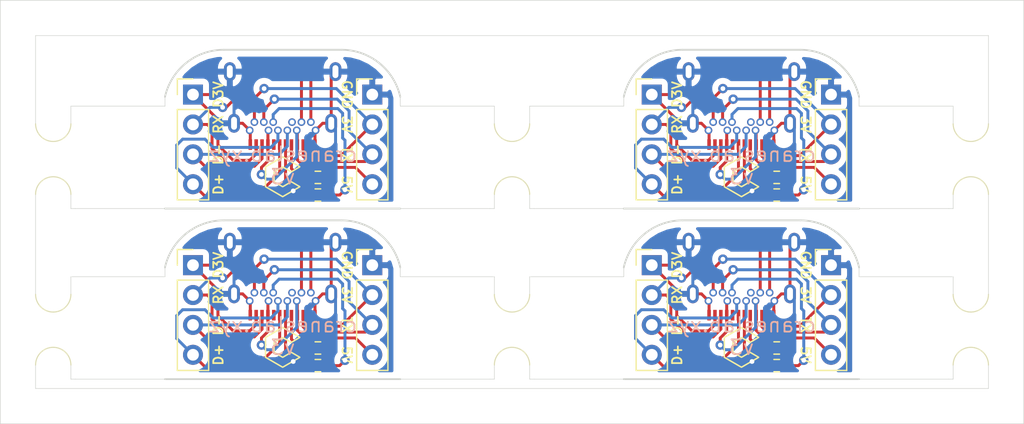
<source format=kicad_pcb>
(kicad_pcb (version 20211014) (generator pcbnew)
  (layers (0 "F.Cu" signal) (31 "B.Cu" signal) (34 "B.Paste" user) (35 "F.Paste" user) (36 "B.SilkS" user "B.Silkscreen") (37 "F.SilkS" user "F.Silkscreen") (38 "B.Mask" user) (39 "F.Mask" user) (44 "Edge.Cuts" user))
  (net 0 "")
  (net 1 "GND")
  (net 2 "3V3")
  (net 3 "TX-")
  (net 4 "VBUS")
  (net 5 "Net-(J1-PadA5)")
  (net 6 "D+")
  (net 7 "D-")
  (net 8 "Net-(J1-PadA8)")
  (net 9 "RX-")
  (net 10 "D3V")
  (net 11 "Net-(J1-PadB5)")
  (net 12 "Net-(J1-PadB8)")
  (footprint "Model_S:PinHeader_1x04_P2.54mm_Vertical" (layer "F.Cu") (at 47.62 33.015)
    (fp_text reference "J3" hide)
    (fp_text value "Conn_01x04")
  )
  (footprint "Model_S:Shou Han Type-C 24P QCHT" (layer "F.Cu") (at 40 29.205 180)
    (fp_text reference "J1" hide)
    (fp_text value "USB_C_Receptacle")
  )
  (footprint "Model_S:PinHeader_1x04_P2.54mm_Vertical" (layer "F.Cu") (at 32.38 33.015)
    (fp_text reference "J2" hide)
    (fp_text value "Conn_01x04")
  )
  (footprint "Model_S:USBC_C_Logo" (layer "F.Cu") (at 40 40)
    (fp_text reference "G***" hide)
    (fp_text value "LOGO" hide)
  )
  (footprint "Resistor_SMD:R_0603_1608Metric" (layer "F.Cu") (at 43 40.055 180)
    (fp_text reference "R1" hide)
    (fp_text value "R" hide)
  )
  (footprint "Resistor_SMD:R_0603_1608Metric" (layer "F.Cu") (at 43 41.555 180)
    (fp_text reference "R2" hide)
    (fp_text value "R" hide)
  )
  (footprint "Model_S:PinHeader_1x04_P2.54mm_Vertical" (layer "F.Cu") (at 86.62 33.015)
    (fp_text reference "J3" hide)
    (fp_text value "Conn_01x04")
  )
  (footprint "panelization:mouse-bite-3mm-slot" (layer "F.Cu") (at 98.5 53 90)
    (fp_text reference "mouse-bite-3mm-slot" hide)
    (fp_text value "VAL**" hide)
  )
  (footprint "Model_S:PinHeader_1x04_P2.54mm_Vertical" (layer "F.Cu") (at 71.38 33.015)
    (fp_text reference "J2" hide)
    (fp_text value "Conn_01x04")
  )
  (footprint "Model_S:PinHeader_1x04_P2.54mm_Vertical" (layer "F.Cu") (at 47.62 47.515)
    (fp_text reference "J3" hide)
    (fp_text value "Conn_01x04")
  )
  (footprint "panelization:mouse-bite-3mm-slot" (layer "F.Cu") (at 98.5 38.5 90)
    (fp_text reference "mouse-bite-3mm-slot" hide)
    (fp_text value "VAL**" hide)
  )
  (footprint "MountingHole:MountingHole_3.2mm_M3" (layer "F.Cu") (at 65.03 38.095)
    (fp_text reference "REF**" hide)
    (fp_text value "MountingHole_3.2mm_M3")
  )
  (footprint "MountingHole:MountingHole_3.2mm_M3" (layer "F.Cu") (at 53.97 52.595)
    (fp_text reference "REF**" hide)
    (fp_text value "MountingHole_3.2mm_M3")
  )
  (footprint "Resistor_SMD:R_0603_1608Metric" (layer "F.Cu") (at 82 56.055 180)
    (fp_text reference "R2" hide)
    (fp_text value "R" hide)
  )
  (footprint "MountingHole:MountingHole_3.2mm_M3" (layer "F.Cu") (at 26.03 38.095)
    (fp_text reference "REF**" hide)
    (fp_text value "MountingHole_3.2mm_M3")
  )
  (footprint "Model_S:USBC_C_Logo" (layer "F.Cu") (at 79 40)
    (fp_text reference "G***" hide)
    (fp_text value "LOGO" hide)
  )
  (footprint "Resistor_SMD:R_0603_1608Metric" (layer "F.Cu") (at 43 54.555 180)
    (fp_text reference "R1" hide)
    (fp_text value "R" hide)
  )
  (footprint "Resistor_SMD:R_0603_1608Metric" (layer "F.Cu") (at 82 54.555 180)
    (fp_text reference "R1" hide)
    (fp_text value "R" hide)
  )
  (footprint "Model_S:PinHeader_1x04_P2.54mm_Vertical" (layer "F.Cu") (at 71.38 47.515)
    (fp_text reference "J2" hide)
    (fp_text value "Conn_01x04")
  )
  (footprint "Model_S:USBC_C_Logo" (layer "F.Cu") (at 40 54.5)
    (fp_text reference "G***" hide)
    (fp_text value "LOGO" hide)
  )
  (footprint "panelization:mouse-bite-3mm-slot" (layer "F.Cu") (at 20.5 38.5 90)
    (fp_text reference "mouse-bite-3mm-slot" hide)
    (fp_text value "VAL**" hide)
  )
  (footprint "panelization:mouse-bite-3mm-slot" (layer "F.Cu") (at 59.5 38.5 90)
    (fp_text reference "mouse-bite-3mm-slot" hide)
    (fp_text value "VAL**" hide)
  )
  (footprint "Model_S:PinHeader_1x04_P2.54mm_Vertical" (layer "F.Cu") (at 86.62 47.515)
    (fp_text reference "J3" hide)
    (fp_text value "Conn_01x04")
  )
  (footprint "panelization:mouse-bite-3mm-slot" (layer "F.Cu") (at 20.5 53 90)
    (fp_text reference "mouse-bite-3mm-slot" hide)
    (fp_text value "VAL**" hide)
  )
  (footprint "MountingHole:MountingHole_3.2mm_M3" (layer "F.Cu") (at 53.97 38.095)
    (fp_text reference "REF**" hide)
    (fp_text value "MountingHole_3.2mm_M3")
  )
  (footprint "Model_S:Shou Han Type-C 24P QCHT" (layer "F.Cu") (at 79 29.205 180)
    (fp_text reference "J1" hide)
    (fp_text value "USB_C_Receptacle")
  )
  (footprint "Resistor_SMD:R_0603_1608Metric" (layer "F.Cu") (at 43 56.055 180)
    (fp_text reference "R2" hide)
    (fp_text value "R" hide)
  )
  (footprint "Model_S:Shou Han Type-C 24P QCHT" (layer "F.Cu") (at 79 43.705 180)
    (fp_text reference "J1" hide)
    (fp_text value "USB_C_Receptacle")
  )
  (footprint "MountingHole:MountingHole_3.2mm_M3" (layer "F.Cu") (at 26.03 52.595)
    (fp_text reference "REF**" hide)
    (fp_text value "MountingHole_3.2mm_M3")
  )
  (footprint "Resistor_SMD:R_0603_1608Metric" (layer "F.Cu") (at 82 41.555 180)
    (fp_text reference "R2" hide)
    (fp_text value "R" hide)
  )
  (footprint "Model_S:PinHeader_1x04_P2.54mm_Vertical" (layer "F.Cu") (at 32.38 47.515)
    (fp_text reference "J2" hide)
    (fp_text value "Conn_01x04")
  )
  (footprint "Resistor_SMD:R_0603_1608Metric" (layer "F.Cu") (at 82 40.055 180)
    (fp_text reference "R1" hide)
    (fp_text value "R" hide)
  )
  (footprint "MountingHole:MountingHole_3.2mm_M3" (layer "F.Cu") (at 92.97 38.095)
    (fp_text reference "REF**" hide)
    (fp_text value "MountingHole_3.2mm_M3")
  )
  (footprint "MountingHole:MountingHole_3.2mm_M3" (layer "F.Cu") (at 92.97 52.595)
    (fp_text reference "REF**" hide)
    (fp_text value "MountingHole_3.2mm_M3")
  )
  (footprint "Model_S:USBC_C_Logo" (layer "F.Cu") (at 79 54.5)
    (fp_text reference "G***" hide)
    (fp_text value "LOGO" hide)
  )
  (footprint "MountingHole:MountingHole_3.2mm_M3" (layer "F.Cu") (at 65.03 52.595)
    (fp_text reference "REF**" hide)
    (fp_text value "MountingHole_3.2mm_M3")
  )
  (footprint "panelization:mouse-bite-3mm-slot" (layer "F.Cu") (at 59.5 53 90)
    (fp_text reference "mouse-bite-3mm-slot" hide)
    (fp_text value "VAL**" hide)
  )
  (footprint "Model_S:Shou Han Type-C 24P QCHT" (layer "F.Cu") (at 40 43.705 180)
    (fp_text reference "J1" hide)
    (fp_text value "USB_C_Receptacle")
  )
  (gr_line (start 35 29.205) (end 45 29.205) (layer "Edge.Cuts") (width 0.1524))
  (gr_arc (start 45 29.205) (mid 48.201562 30.328047) (end 50 33.205) (layer "Edge.Cuts") (width 0.1524))
  (gr_arc (start 30 33.205) (mid 31.798438 30.328047) (end 35 29.205) (layer "Edge.Cuts") (width 0.1524))
  (gr_line (start 30 42.705) (end 50 42.705) (layer "Edge.Cuts") (width 0.1524))
  (gr_line (start 58 35.5) (end 58 34) (layer "Edge.Cuts") (width 0.05))
  (gr_line (start 50 33.205) (end 50 34) (layer "Edge.Cuts") (width 0.05))
  (gr_line (start 16 25) (end 16 61) (layer "Edge.Cuts") (width 0.05))
  (gr_arc (start 100 35.5) (mid 98.5 37) (end 97 35.5) (layer "Edge.Cuts") (width 0.05))
  (gr_line (start 100 35.5) (end 100 28) (layer "Edge.Cuts") (width 0.05))
  (gr_arc (start 58 41.5) (mid 59.5 40) (end 61 41.5) (layer "Edge.Cuts") (width 0.05))
  (gr_line (start 57.62 57.205) (end 50 57.205) (layer "Edge.Cuts") (width 0.05))
  (gr_arc (start 58 56) (mid 59.5 54.5) (end 61 56) (layer "Edge.Cuts") (width 0.05))
  (gr_line (start 22 50) (end 22 48.5) (layer "Edge.Cuts") (width 0.05))
  (gr_line (start 22 42.705) (end 22.38 42.705) (layer "Edge.Cuts") (width 0.05))
  (gr_line (start 100 58) (end 19 58) (layer "Edge.Cuts") (width 0.05))
  (gr_line (start 89 47.705) (end 89 48.5) (layer "Edge.Cuts") (width 0.05))
  (gr_line (start 50 48.5) (end 58 48.5) (layer "Edge.Cuts") (width 0.05))
  (gr_line (start 58 50) (end 58 48.5) (layer "Edge.Cuts") (width 0.05))
  (gr_line (start 97 56) (end 97 57.205) (layer "Edge.Cuts") (width 0.05))
  (gr_line (start 69 33.205) (end 69 34) (layer "Edge.Cuts") (width 0.05))
  (gr_line (start 50 34) (end 58 34) (layer "Edge.Cuts") (width 0.05))
  (gr_arc (start 19 41.5) (mid 20.5 40) (end 22 41.5) (layer "Edge.Cuts") (width 0.05))
  (gr_arc (start 84 43.705) (mid 87.201562 44.828047) (end 89 47.705) (layer "Edge.Cuts") (width 0.1524))
  (gr_line (start 58 42.705) (end 57.62 42.705) (layer "Edge.Cuts") (width 0.05))
  (gr_line (start 19 41.5) (end 19 50) (layer "Edge.Cuts") (width 0.05))
  (gr_arc (start 100 50) (mid 98.5 51.5) (end 97 50) (layer "Edge.Cuts") (width 0.05))
  (gr_arc (start 97 41.5) (mid 98.5 40) (end 100 41.5) (layer "Edge.Cuts") (width 0.05))
  (gr_line (start 30 48.5) (end 22 48.5) (layer "Edge.Cuts") (width 0.05))
  (gr_line (start 97 57.205) (end 96.62 57.205) (layer "Edge.Cuts") (width 0.05))
  (gr_arc (start 97 56) (mid 98.5 54.5) (end 100 56) (layer "Edge.Cuts") (width 0.05))
  (gr_line (start 61 41.5) (end 61 42.705) (layer "Edge.Cuts") (width 0.05))
  (gr_line (start 74 43.705) (end 84 43.705) (layer "Edge.Cuts") (width 0.1524))
  (gr_arc (start 45 43.705) (mid 48.201562 44.828047) (end 50 47.705) (layer "Edge.Cuts") (width 0.1524))
  (gr_line (start 61 57.205) (end 61.38 57.205) (layer "Edge.Cuts") (width 0.05))
  (gr_arc (start 19 56) (mid 20.5 54.5) (end 22 56) (layer "Edge.Cuts") (width 0.05))
  (gr_line (start 97 41.5) (end 97 42.705) (layer "Edge.Cuts") (width 0.05))
  (gr_arc (start 61 35.5) (mid 59.5 37) (end 58 35.5) (layer "Edge.Cuts") (width 0.05))
  (gr_line (start 61.38 57.205) (end 69 57.205) (layer "Edge.Cuts") (width 0.05))
  (gr_line (start 30 34) (end 22 34) (layer "Edge.Cuts") (width 0.05))
  (gr_line (start 103 61) (end 103 25) (layer "Edge.Cuts") (width 0.05))
  (gr_line (start 69 34) (end 61 34) (layer "Edge.Cuts") (width 0.05))
  (gr_line (start 16 25) (end 103 25) (layer "Edge.Cuts") (width 0.05))
  (gr_line (start 89 48.5) (end 97 48.5) (layer "Edge.Cuts") (width 0.05))
  (gr_line (start 69 42.705) (end 89 42.705) (layer "Edge.Cuts") (width 0.1524))
  (gr_arc (start 69 33.205) (mid 70.798438 30.328047) (end 74 29.205) (layer "Edge.Cuts") (width 0.1524))
  (gr_line (start 30 57.205) (end 50 57.205) (layer "Edge.Cuts") (width 0.1524))
  (gr_line (start 97 35.5) (end 97 34) (layer "Edge.Cuts") (width 0.05))
  (gr_line (start 61 56) (end 61 57.205) (layer "Edge.Cuts") (width 0.05))
  (gr_line (start 58 41.5) (end 58 42.705) (layer "Edge.Cuts") (width 0.05))
  (gr_line (start 89 33.205) (end 89 34) (layer "Edge.Cuts") (width 0.05))
  (gr_line (start 19 28) (end 19 35.5) (layer "Edge.Cuts") (width 0.05))
  (gr_line (start 61 42.705) (end 61.38 42.705) (layer "Edge.Cuts") (width 0.05))
  (gr_line (start 58 56) (end 58 57.205) (layer "Edge.Cuts") (width 0.05))
  (gr_arc (start 22 35.5) (mid 20.5 37) (end 19 35.5) (layer "Edge.Cuts") (width 0.05))
  (gr_line (start 61 35.5) (end 61 34) (layer "Edge.Cuts") (width 0.05))
  (gr_line (start 30 47.705) (end 30 48.5) (layer "Edge.Cuts") (width 0.05))
  (gr_line (start 19 58) (end 19 56) (layer "Edge.Cuts") (width 0.05))
  (gr_line (start 69 48.5) (end 61 48.5) (layer "Edge.Cuts") (width 0.05))
  (gr_line (start 57.62 42.705) (end 50 42.705) (layer "Edge.Cuts") (width 0.05))
  (gr_line (start 96.62 57.205) (end 89 57.205) (layer "Edge.Cuts") (width 0.05))
  (gr_line (start 35 43.705) (end 45 43.705) (layer "Edge.Cuts") (width 0.1524))
  (gr_line (start 89 34) (end 97 34) (layer "Edge.Cuts") (width 0.05))
  (gr_arc (start 30 47.705) (mid 31.798438 44.828047) (end 35 43.705) (layer "Edge.Cuts") (width 0.1524))
  (gr_line (start 30 33.205) (end 30 34) (layer "Edge.Cuts") (width 0.05))
  (gr_line (start 97 42.705) (end 96.62 42.705) (layer "Edge.Cuts") (width 0.05))
  (gr_line (start 97 50) (end 97 48.5) (layer "Edge.Cuts") (width 0.05))
  (gr_arc (start 61 50) (mid 59.5 51.5) (end 58 50) (layer "Edge.Cuts") (width 0.05))
  (gr_arc (start 69 47.705) (mid 70.798438 44.828047) (end 74 43.705) (layer "Edge.Cuts") (width 0.1524))
  (gr_line (start 22 35.5) (end 22 34) (layer "Edge.Cuts") (width 0.05))
  (gr_line (start 69 57.205) (end 89 57.205) (layer "Edge.Cuts") (width 0.1524))
  (gr_line (start 100 56) (end 100 58) (layer "Edge.Cuts") (width 0.05))
  (gr_arc (start 22 50) (mid 20.5 51.5) (end 19 50) (layer "Edge.Cuts") (width 0.05))
  (gr_line (start 22.38 57.205) (end 30 57.205) (layer "Edge.Cuts") (width 0.05))
  (gr_line (start 69 47.705) (end 69 48.5) (layer "Edge.Cuts") (width 0.05))
  (gr_line (start 22 56) (end 22 57.205) (layer "Edge.Cuts") (width 0.05))
  (gr_line (start 50 47.705) (end 50 48.5) (layer "Edge.Cuts") (width 0.05))
  (gr_line (start 16 61) (end 103 61) (layer "Edge.Cuts") (width 0.05))
  (gr_line (start 22.38 42.705) (end 30 42.705) (layer "Edge.Cuts") (width 0.05))
  (gr_line (start 22 57.205) (end 22.38 57.205) (layer "Edge.Cuts") (width 0.05))
  (gr_arc (start 84 29.205) (mid 87.201562 30.328047) (end 89 33.205) (layer "Edge.Cuts") (width 0.1524))
  (gr_line (start 61 50) (end 61 48.5) (layer "Edge.Cuts") (width 0.05))
  (gr_line (start 58 57.205) (end 57.62 57.205) (layer "Edge.Cuts") (width 0.05))
  (gr_line (start 100 50) (end 100 41.5) (layer "Edge.Cuts") (width 0.05))
  (gr_line (start 61.38 42.705) (end 69 42.705) (layer "Edge.Cuts") (width 0.05))
  (gr_line (start 96.62 42.705) (end 89 42.705) (layer "Edge.Cuts") (width 0.05))
  (gr_line (start 22 41.5) (end 22 42.705) (layer "Edge.Cuts") (width 0.05))
  (gr_line (start 100 28) (end 19 28) (layer "Edge.Cuts") (width 0.05))
  (gr_line (start 74 29.205) (end 84 29.205) (layer "Edge.Cuts") (width 0.1524))
  (gr_text "craneslab.xyz" (at 79 38.095) (layer "B.SilkS") (effects (font (size 1.25 1.25)) (justify mirror)))
  (gr_text "v3" (at 40 54.5) (layer "B.SilkS") (effects (font (size 1.25 1.25)) (justify mirror)))
  (gr_text "craneslab.xyz" (at 79 52.595) (layer "B.SilkS") (effects (font (size 1.25 1.25)) (justify mirror)))
  (gr_text "craneslab.xyz" (at 40 52.595) (layer "B.SilkS") (effects (font (size 1.25 1.25)) (justify mirror)))
  (gr_text "v3" (at 40 40) (layer "B.SilkS") (effects (font (size 1.25 1.25)) (justify mirror)))
  (gr_text "v3" (at 79 40) (layer "B.SilkS") (effects (font (size 1.25 1.25)) (justify mirror)))
  (gr_text "v3" (at 79 54.5) (layer "B.SilkS") (effects (font (size 1.25 1.25)) (justify mirror)))
  (gr_text "craneslab.xyz" (at 40 38.095) (layer "B.SilkS") (effects (font (size 1.25 1.25)) (justify mirror)))
  (gr_text "TX" (at 45.461 38.095 -90) (layer "F.SilkS") (effects (font (size 0.8 0.8))))
  (gr_text "D+" (at 34.539 40.635 90) (layer "F.SilkS") (effects (font (size 0.8 0.8))))
  (gr_text "GND" (at 45.461 33.015 -90) (layer "F.SilkS") (effects (font (size 0.8 0.8))))
  (gr_text "D3V" (at 34.539 33.015 90) (layer "F.SilkS") (effects (font (size 0.8 0.8))))
  (gr_text "5V\n" (at 45.461 40.635 -90) (layer "F.SilkS") (effects (font (size 0.8 0.8))))
  (gr_text "D-" (at 34.539 38.095 90) (layer "F.SilkS") (effects (font (size 0.8 0.8))))
  (gr_text "RX" (at 34.539 35.555 90) (layer "F.SilkS") (effects (font (size 0.8 0.8))))
  (gr_text "3V" (at 45.461 35.555 -90) (layer "F.SilkS") (effects (font (size 0.8 0.8))))
  (gr_text "D-" (at 73.539 52.595 90) (layer "F.SilkS") (effects (font (size 0.8 0.8))))
  (gr_text "D+" (at 73.539 55.135 90) (layer "F.SilkS") (effects (font (size 0.8 0.8))))
  (gr_text "D3V" (at 73.539 47.515 90) (layer "F.SilkS") (effects (font (size 0.8 0.8))))
  (gr_text "5V\n" (at 45.461 55.135 -90) (layer "F.SilkS") (effects (font (size 0.8 0.8))))
  (gr_text "TX" (at 84.461 52.595 -90) (layer "F.SilkS") (effects (font (size 0.8 0.8))))
  (gr_text "D3V" (at 73.539 33.015 90) (layer "F.SilkS") (effects (font (size 0.8 0.8))))
  (gr_text "RX" (at 34.539 50.055 90) (layer "F.SilkS") (effects (font (size 0.8 0.8))))
  (gr_text "D3V" (at 34.539 47.515 90) (layer "F.SilkS") (effects (font (size 0.8 0.8))))
  (gr_text "GND" (at 84.461 47.515 -90) (layer "F.SilkS") (effects (font (size 0.8 0.8))))
  (gr_text "3V" (at 84.461 35.555 -90) (layer "F.SilkS") (effects (font (size 0.8 0.8))))
  (gr_text "GND" (at 84.461 33.015 -90) (layer "F.SilkS") (effects (font (size 0.8 0.8))))
  (gr_text "RX" (at 73.539 50.055 90) (layer "F.SilkS") (effects (font (size 0.8 0.8))))
  (gr_text "3V" (at 84.461 50.055 -90) (layer "F.SilkS") (effects (font (size 0.8 0.8))))
  (gr_text "D+" (at 73.539 40.635 90) (layer "F.SilkS") (effects (font (size 0.8 0.8))))
  (gr_text "D-" (at 34.539 52.595 90) (layer "F.SilkS") (effects (font (size 0.8 0.8))))
  (gr_text "D+" (at 34.539 55.135 90) (layer "F.SilkS") (effects (font (size 0.8 0.8))))
  (gr_text "TX" (at 45.461 52.595 -90) (layer "F.SilkS") (effects (font (size 0.8 0.8))))
  (gr_text "TX" (at 84.461 38.095 -90) (layer "F.SilkS") (effects (font (size 0.8 0.8))))
  (gr_text "5V\n" (at 84.461 40.635 -90) (layer "F.SilkS") (effects (font (size 0.8 0.8))))
  (gr_text "RX" (at 73.539 35.555 90) (layer "F.SilkS") (effects (font (size 0.8 0.8))))
  (gr_text "D-" (at 73.539 38.095 90) (layer "F.SilkS") (effects (font (size 0.8 0.8))))
  (gr_text "5V\n" (at 84.461 55.135 -90) (layer "F.SilkS") (effects (font (size 0.8 0.8))))
  (gr_text "3V" (at 45.461 50.055 -90) (layer "F.SilkS") (effects (font (size 0.8 0.8))))
  (gr_text "GND" (at 45.461 47.515 -90) (layer "F.SilkS") (effects (font (size 0.8 0.8))))
  (segment (start 41.25 56.055) (end 40.9 55.705) (width 0.25) (layer "F.Cu") (net 1))
  (segment (start 43.4 49.955) (end 42.8 50.555) (width 0.25) (layer "F.Cu") (net 1))
  (segment (start 75.6 49.955) (end 76.2 50.555) (width 0.25) (layer "F.Cu") (net 1))
  (segment (start 82.4 35.455) (end 81.8 36.055) (width 0.25) (layer "F.Cu") (net 1))
  (segment (start 37.25 37.265) (end 37.25 36.105) (width 0.25) (layer "F.Cu") (net 1))
  (segment (start 83.13 45.925) (end 83.49 45.565) (width 0.25) (layer "F.Cu") (net 1))
  (segment (start 41.25 41.555) (end 40.9 41.205) (width 0.25) (layer "F.Cu") (net 1))
  (segment (start 44.13 49.955) (end 44.13 45.925) (width 0.25) (layer "F.Cu") (net 1))
  (segment (start 42.75 50.605) (end 42.8 50.555) (width 0.25) (layer "F.Cu") (net 1))
  (segment (start 74.87 35.455) (end 75.6 35.455) (width 0.25) (layer "F.Cu") (net 1))
  (segment (start 83.13 35.455) (end 83.13 31.425) (width 0.25) (layer "F.Cu") (net 1))
  (segment (start 82.4 49.955) (end 81.8 50.555) (width 0.25) (layer "F.Cu") (net 1))
  (segment (start 81.75 37.265) (end 81.75 36.105) (width 0.25) (layer "F.Cu") (net 1))
  (segment (start 42.175 56.055) (end 41.25 56.055) (width 0.25) (layer "F.Cu") (net 1))
  (segment (start 76.25 51.765) (end 76.25 50.605) (width 0.25) (layer "F.Cu") (net 1))
  (segment (start 42.175 41.555) (end 42.325 41.555) (width 0.25) (layer "F.Cu") (net 1))
  (segment (start 42.75 51.765) (end 42.75 50.605) (width 0.25) (layer "F.Cu") (net 1))
  (segment (start 81.175 56.055) (end 80.25 56.055) (width 0.25) (layer "F.Cu") (net 1))
  (segment (start 44.13 35.455) (end 43.4 35.455) (width 0.25) (layer "F.Cu") (net 1))
  (segment (start 75.6 35.455) (end 76.2 36.055) (width 0.25) (layer "F.Cu") (net 1))
  (segment (start 81.75 36.105) (end 81.8 36.055) (width 0.25) (layer "F.Cu") (net 1))
  (segment (start 83.13 31.425) (end 83.49 31.065) (width 0.25) (layer "F.Cu") (net 1))
  (segment (start 44.13 31.425) (end 44.49 31.065) (width 0.25) (layer "F.Cu") (net 1))
  (segment (start 83.13 49.955) (end 82.4 49.955) (width 0.25) (layer "F.Cu") (net 1))
  (segment (start 42.75 36.105) (end 42.8 36.055) (width 0.25) (layer "F.Cu") (net 1))
  (segment (start 81.175 56.055) (end 81.325 56.055) (width 0.25) (layer "F.Cu") (net 1))
  (segment (start 42.325 56.055) (end 43.825 54.555) (width 0.25) (layer "F.Cu") (net 1))
  (segment (start 81.325 41.555) (end 82.825 40.055) (width 0.25) (layer "F.Cu") (net 1))
  (segment (start 76.25 36.105) (end 76.2 36.055) (width 0.25) (layer "F.Cu") (net 1))
  (segment (start 35.87 49.955) (end 36.6 49.955) (width 0.25) (layer "F.Cu") (net 1))
  (segment (start 83.13 35.455) (end 82.4 35.455) (width 0.25) (layer "F.Cu") (net 1))
  (segment (start 37.25 36.105) (end 37.2 36.055) (width 0.25) (layer "F.Cu") (net 1))
  (segment (start 42.325 41.555) (end 43.825 40.055) (width 0.25) (layer "F.Cu") (net 1))
  (segment (start 36.6 35.455) (end 37.2 36.055) (width 0.25) (layer "F.Cu") (net 1))
  (segment (start 44.13 49.955) (end 43.4 49.955) (width 0.25) (layer "F.Cu") (net 1))
  (segment (start 76.25 50.605) (end 76.2 50.555) (width 0.25) (layer "F.Cu") (net 1))
  (segment (start 81.325 56.055) (end 82.825 54.555) (width 0.25) (layer "F.Cu") (net 1))
  (segment (start 37.25 50.605) (end 37.2 50.555) (width 0.25) (layer "F.Cu") (net 1))
  (segment (start 81.75 51.765) (end 81.75 50.605) (width 0.25) (layer "F.Cu") (net 1))
  (segment (start 42.175 56.055) (end 42.325 56.055) (width 0.25) (layer "F.Cu") (net 1))
  (segment (start 74.87 49.955) (end 75.6 49.955) (width 0.25) (layer "F.Cu") (net 1))
  (segment (start 80.25 41.555) (end 79.9 41.205) (width 0.25) (layer "F.Cu") (net 1))
  (segment (start 44.13 45.925) (end 44.49 45.565) (width 0.25) (layer "F.Cu") (net 1))
  (segment (start 37.25 51.765) (end 37.25 50.605) (width 0.25) (layer "F.Cu") (net 1))
  (segment (start 81.175 41.555) (end 80.25 41.555) (width 0.25) (layer "F.Cu") (net 1))
  (segment (start 43.4 35.455) (end 42.8 36.055) (width 0.25) (layer "F.Cu") (net 1))
  (segment (start 81.75 50.605) (end 81.8 50.555) (width 0.25) (layer "F.Cu") (net 1))
  (segment (start 42.175 41.555) (end 41.25 41.555) (width 0.25) (layer "F.Cu") (net 1))
  (segment (start 36.6 49.955) (end 37.2 50.555) (width 0.25) (layer "F.Cu") (net 1))
  (segment (start 76.25 37.265) (end 76.25 36.105) (width 0.25) (layer "F.Cu") (net 1))
  (segment (start 81.175 41.555) (end 81.325 41.555) (width 0.25) (layer "F.Cu") (net 1))
  (segment (start 83.13 49.955) (end 83.13 45.925) (width 0.25) (layer "F.Cu") (net 1))
  (segment (start 35.87 35.455) (end 36.6 35.455) (width 0.25) (layer "F.Cu") (net 1))
  (segment (start 80.25 56.055) (end 79.9 55.705) (width 0.25) (layer "F.Cu") (net 1))
  (segment (start 44.13 35.455) (end 44.13 31.425) (width 0.25) (layer "F.Cu") (net 1))
  (segment (start 42.75 37.265) (end 42.75 36.105) (width 0.25) (layer "F.Cu") (net 1))
  (via (at 79.9 41.205) (size 0.8) (drill 0.4) (layers "F.Cu" "B.Cu") (net 1))
  (via (at 79.9 55.705) (size 0.8) (drill 0.4) (layers "F.Cu" "B.Cu") (net 1))
  (via (at 40.9 55.705) (size 0.8) (drill 0.4) (layers "F.Cu" "B.Cu") (net 1))
  (via (at 40.9 41.205) (size 0.8) (drill 0.4) (layers "F.Cu" "B.Cu") (net 1))
  (segment (start 79.9 41.205) (end 79.9 39.605) (width 0.25) (layer "B.Cu") (net 1))
  (segment (start 83.5 35.825) (end 83.13 35.455) (width 0.25) (layer "B.Cu") (net 1))
  (segment (start 74.51 46.915) (end 74.87 47.275) (width 0.25) (layer "B.Cu") (net 1))
  (segment (start 83.5 50.325) (end 83.13 49.955) (width 0.25) (layer "B.Cu") (net 1))
  (segment (start 82.2 53.405) (end 83.5 52.105) (width 0.25) (layer "B.Cu") (net 1))
  (segment (start 35.87 47.275) (end 35.87 49.955) (width 0.25) (layer "B.Cu") (net 1))
  (segment (start 40.9 54.105) (end 41.6 53.405) (width 0.25) (layer "B.Cu") (net 1))
  (segment (start 35.51 46.915) (end 35.87 47.275) (width 0.25) (layer "B.Cu") (net 1))
  (segment (start 74.87 32.775) (end 74.87 35.455) (width 0.25) (layer "B.Cu") (net 1))
  (segment (start 83.5 52.105) (end 83.5 50.325) (width 0.25) (layer "B.Cu") (net 1))
  (segment (start 35.51 45.565) (end 35.51 46.915) (width 0.25) (layer "B.Cu") (net 1))
  (segment (start 41.6 38.905) (end 43.2 38.905) (width 0.25) (layer "B.Cu") (net 1))
  (segment (start 43.2 53.405) (end 44.5 52.105) (width 0.25) (layer "B.Cu") (net 1))
  (segment (start 40.9 41.205) (end 40.9 39.605) (width 0.25) (layer "B.Cu") (net 1))
  (segment (start 74.51 45.565) (end 74.51 46.915) (width 0.25) (layer "B.Cu") (net 1))
  (segment (start 35.51 31.065) (end 35.51 32.415) (width 0.25) (layer "B.Cu") (net 1))
  (segment (start 79.9 55.705) (end 79.9 54.105) (width 0.25) (layer "B.Cu") (net 1))
  (segment (start 43.2 38.905) (end 44.5 37.605) (width 0.25) (layer "B.Cu") (net 1))
  (segment (start 44.5 37.605) (end 44.5 35.825) (width 0.25) (layer "B.Cu") (net 1))
  (segment (start 80.6 53.405) (end 82.2 53.405) (width 0.25) (layer "B.Cu") (net 1))
  (segment (start 35.51 32.415) (end 35.87 32.775) (width 0.25) (layer "B.Cu") (net 1))
  (segment (start 40.9 55.705) (end 40.9 54.105) (width 0.25) (layer "B.Cu") (net 1))
  (segment (start 74.51 32.415) (end 74.87 32.775) (width 0.25) (layer "B.Cu") (net 1))
  (segment (start 40.9 39.605) (end 41.6 38.905) (width 0.25) (layer "B.Cu") (net 1))
  (segment (start 80.6 38.905) (end 82.2 38.905) (width 0.25) (layer "B.Cu") (net 1))
  (segment (start 74.87 47.275) (end 74.87 49.955) (width 0.25) (layer "B.Cu") (net 1))
  (segment (start 79.9 54.105) (end 80.6 53.405) (width 0.25) (layer "B.Cu") (net 1))
  (segment (start 44.5 35.825) (end 44.13 35.455) (width 0.25) (layer "B.Cu") (net 1))
  (segment (start 41.6 53.405) (end 43.2 53.405) (width 0.25) (layer "B.Cu") (net 1))
  (segment (start 82.2 38.905) (end 83.5 37.605) (width 0.25) (layer "B.Cu") (net 1))
  (segment (start 44.5 50.325) (end 44.13 49.955) (width 0.25) (layer "B.Cu") (net 1))
  (segment (start 74.51 31.065) (end 74.51 32.415) (width 0.25) (layer "B.Cu") (net 1))
  (segment (start 35.87 32.775) (end 35.87 35.455) (width 0.25) (layer "B.Cu") (net 1))
  (segment (start 83.5 37.605) (end 83.5 35.825) (width 0.25) (layer "B.Cu") (net 1))
  (segment (start 79.9 39.605) (end 80.6 38.905) (width 0.25) (layer "B.Cu") (net 1))
  (segment (start 44.5 52.105) (end 44.5 50.325) (width 0.25) (layer "B.Cu") (net 1))
  (segment (start 37.6 49.855) (end 37.6 47.830782) (width 0.25) (layer "F.Cu") (net 2))
  (segment (start 76.6 33.330782) (end 77.425782 32.505) (width 0.25) (layer "F.Cu") (net 2))
  (segment (start 86.62 35.555) (end 83.97 38.205) (width 0.25) (layer "F.Cu") (net 2))
  (segment (start 42.25 52.455) (end 42.25 51.765) (width 0.25) (layer "F.Cu") (net 2))
  (segment (start 81.5 52.705) (end 81.25 52.455) (width 0.25) (layer "F.Cu") (net 2))
  (segment (start 37.6 35.355) (end 37.6 33.330782) (width 0.25) (layer "F.Cu") (net 2))
  (segment (start 81.25 52.455) (end 81.25 51.765) (width 0.25) (layer "F.Cu") (net 2))
  (segment (start 37.6 33.330782) (end 38.425782 32.505) (width 0.25) (layer "F.Cu") (net 2))
  (segment (start 42.5 38.205) (end 42.25 37.955) (width 0.25) (layer "F.Cu") (net 2))
  (segment (start 76.6 49.855) (end 76.6 47.830782) (width 0.25) (layer "F.Cu") (net 2))
  (segment (start 76.6 47.830782) (end 77.425782 47.005) (width 0.25) (layer "F.Cu") (net 2))
  (segment (start 83.97 38.205) (end 81.5 38.205) (width 0.25) (layer "F.Cu") (net 2))
  (segment (start 44.97 38.205) (end 42.5 38.205) (width 0.25) (layer "F.Cu") (net 2))
  (segment (start 42.5 52.705) (end 42.25 52.455) (width 0.25) (layer "F.Cu") (net 2))
  (segment (start 42.25 37.955) (end 42.25 37.265) (width 0.25) (layer "F.Cu") (net 2))
  (segment (start 83.97 52.705) (end 81.5 52.705) (width 0.25) (layer "F.Cu") (net 2))
  (segment (start 37.6 47.830782) (end 38.425782 47.005) (width 0.25) (layer "F.Cu") (net 2))
  (segment (start 47.62 35.555) (end 44.97 38.205) (width 0.25) (layer "F.Cu") (net 2))
  (segment (start 81.5 38.205) (end 81.25 37.955) (width 0.25) (layer "F.Cu") (net 2))
  (segment (start 86.62 50.055) (end 83.97 52.705) (width 0.25) (layer "F.Cu") (net 2))
  (segment (start 44.97 52.705) (end 42.5 52.705) (width 0.25) (layer "F.Cu") (net 2))
  (segment (start 76.6 35.355) (end 76.6 33.330782) (width 0.25) (layer "F.Cu") (net 2))
  (segment (start 81.25 37.955) (end 81.25 37.265) (width 0.25) (layer "F.Cu") (net 2))
  (segment (start 47.62 50.055) (end 44.97 52.705) (width 0.25) (layer "F.Cu") (net 2))
  (via (at 38.425782 47.005) (size 0.8) (drill 0.4) (layers "F.Cu" "B.Cu") (net 2))
  (via (at 77.425782 32.505) (size 0.8) (drill 0.4) (layers "F.Cu" "B.Cu") (net 2))
  (via (at 77.425782 47.005) (size 0.8) (drill 0.4) (layers "F.Cu" "B.Cu") (net 2))
  (via (at 38.425782 32.505) (size 0.8) (drill 0.4) (layers "F.Cu" "B.Cu") (net 2))
  (segment (start 86.62 50.055) (end 83.57 47.005) (width 0.25) (layer "B.Cu") (net 2))
  (segment (start 86.62 35.555) (end 83.57 32.505) (width 0.25) (layer "B.Cu") (net 2))
  (segment (start 47.62 35.555) (end 44.57 32.505) (width 0.25) (layer "B.Cu") (net 2))
  (segment (start 83.57 47.005) (end 77.425782 47.005) (width 0.25) (layer "B.Cu") (net 2))
  (segment (start 44.57 47.005) (end 38.425782 47.005) (width 0.25) (layer "B.Cu") (net 2))
  (segment (start 44.57 32.505) (end 38.425782 32.505) (width 0.25) (layer "B.Cu") (net 2))
  (segment (start 83.57 32.505) (end 77.425782 32.505) (width 0.25) (layer "B.Cu") (net 2))
  (segment (start 47.62 50.055) (end 44.57 47.005) (width 0.25) (layer "B.Cu") (net 2))
  (segment (start 38.4 34.305) (end 39.3 33.405) (width 0.25) (layer "F.Cu") (net 3))
  (segment (start 41.75 38.255) (end 41.75 37.265) (width 0.25) (layer "F.Cu") (net 3))
  (segment (start 77.4 48.805) (end 78.3 47.905) (width 0.25) (layer "F.Cu") (net 3))
  (segment (start 42.2 53.205) (end 41.75 52.755) (width 0.25) (layer "F.Cu") (net 3))
  (segment (start 86.62 38.095) (end 86.01 38.705) (width 0.25) (layer "F.Cu") (net 3))
  (segment (start 86.62 52.595) (end 86.01 53.205) (width 0.25) (layer "F.Cu") (net 3))
  (segment (start 77.4 35.355) (end 77.4 34.305) (width 0.25) (layer "F.Cu") (net 3))
  (segment (start 77.4 49.855) (end 77.4 48.805) (width 0.25) (layer "F.Cu") (net 3))
  (segment (start 38.4 49.855) (end 38.4 48.805) (width 0.25) (layer "F.Cu") (net 3))
  (segment (start 80.75 38.255) (end 80.75 37.265) (width 0.25) (layer "F.Cu") (net 3))
  (segment (start 86.01 53.205) (end 81.2 53.205) (width 0.25) (layer "F.Cu") (net 3))
  (segment (start 81.2 53.205) (end 80.75 52.755) (width 0.25) (layer "F.Cu") (net 3))
  (segment (start 42.2 38.705) (end 41.75 38.255) (width 0.25) (layer "F.Cu") (net 3))
  (segment (start 38.4 48.805) (end 39.3 47.905) (width 0.25) (layer "F.Cu") (net 3))
  (segment (start 38.4 35.355) (end 38.4 34.305) (width 0.25) (layer "F.Cu") (net 3))
  (segment (start 41.75 52.755) (end 41.75 51.765) (width 0.25) (layer "F.Cu") (net 3))
  (segment (start 81.2 38.705) (end 80.75 38.255) (width 0.25) (layer "F.Cu") (net 3))
  (segment (start 77.4 34.305) (end 78.3 33.405) (width 0.25) (layer "F.Cu") (net 3))
  (segment (start 47.01 53.205) (end 42.2 53.205) (width 0.25) (layer "F.Cu") (net 3))
  (segment (start 47.62 52.595) (end 47.01 53.205) (width 0.25) (layer "F.Cu") (net 3))
  (segment (start 80.75 52.755) (end 80.75 51.765) (width 0.25) (layer "F.Cu") (net 3))
  (segment (start 86.01 38.705) (end 81.2 38.705) (width 0.25) (layer "F.Cu") (net 3))
  (segment (start 47.01 38.705) (end 42.2 38.705) (width 0.25) (layer "F.Cu") (net 3))
  (segment (start 47.62 38.095) (end 47.01 38.705) (width 0.25) (layer "F.Cu") (net 3))
  (via (at 78.3 47.905) (size 0.8) (drill 0.4) (layers "F.Cu" "B.Cu") (net 3))
  (via (at 78.3 33.405) (size 0.8) (drill 0.4) (layers "F.Cu" "B.Cu") (net 3))
  (via (at 39.3 33.405) (size 0.8) (drill 0.4) (layers "F.Cu" "B.Cu") (net 3))
  (via (at 39.3 47.905) (size 0.8) (drill 0.4) (layers "F.Cu" "B.Cu") (net 3))
  (segment (start 84.65 48.905) (end 83.65 47.905) (width 0.25) (layer "B.Cu") (net 3))
  (segment (start 47.62 38.095) (end 45.65 36.125) (width 0.25) (layer "B.Cu") (net 3))
  (segment (start 45.65 48.905) (end 44.65 47.905) (width 0.25) (layer "B.Cu") (net 3))
  (segment (start 83.65 47.905) (end 78.3 47.905) (width 0.25) (layer "B.Cu") (net 3))
  (segment (start 44.65 33.405) (end 39.3 33.405) (width 0.25) (layer "B.Cu") (net 3))
  (segment (start 86.62 52.595) (end 84.65 50.625) (width 0.25) (layer "B.Cu") (net 3))
  (segment (start 47.62 52.595) (end 45.65 50.625) (width 0.25) (layer "B.Cu") (net 3))
  (segment (start 45.65 50.625) (end 45.65 48.905) (width 0.25) (layer "B.Cu") (net 3))
  (segment (start 83.65 33.405) (end 78.3 33.405) (width 0.25) (layer "B.Cu") (net 3))
  (segment (start 84.65 34.405) (end 83.65 33.405) (width 0.25) (layer "B.Cu") (net 3))
  (segment (start 44.65 47.905) (end 39.3 47.905) (width 0.25) (layer "B.Cu") (net 3))
  (segment (start 45.65 34.405) (end 44.65 33.405) (width 0.25) (layer "B.Cu") (net 3))
  (segment (start 84.65 50.625) (end 84.65 48.905) (width 0.25) (layer "B.Cu") (net 3))
  (segment (start 86.62 38.095) (end 84.65 36.125) (width 0.25) (layer "B.Cu") (net 3))
  (segment (start 45.65 36.125) (end 45.65 34.405) (width 0.25) (layer "B.Cu") (net 3))
  (segment (start 84.65 36.125) (end 84.65 34.405) (width 0.25) (layer "B.Cu") (net 3))
  (segment (start 41.25 37.265) (end 41.25 36.105) (width 0.25) (layer "F.Cu") (net 4))
  (segment (start 41.25 38.555) (end 41.25 37.265) (width 0.25) (layer "F.Cu") (net 4))
  (segment (start 46.19 39.205) (end 41.9 39.205) (width 0.25) (layer "F.Cu") (net 4))
  (segment (start 85.19 53.705) (end 80.9 53.705) (width 0.25) (layer "F.Cu") (net 4))
  (segment (start 47.62 40.635) (end 46.19 39.205) (width 0.25) (layer "F.Cu") (net 4))
  (segment (start 77.75 51.765) (end 77.75 50.605) (width 0.25) (layer "F.Cu") (net 4))
  (segment (start 80.25 37.265) (end 80.25 36.105) (width 0.25) (layer "F.Cu") (net 4))
  (segment (start 38.75 38.655) (end 38.2 39.205) (width 0.25) (layer "F.Cu") (net 4))
  (segment (start 41.25 50.605) (end 41.2 50.555) (width 0.25) (layer "F.Cu") (net 4))
  (segment (start 38.75 50.605) (end 38.8 50.555) (width 0.25) (layer "F.Cu") (net 4))
  (segment (start 77.75 37.265) (end 77.75 38.655) (width 0.25) (layer "F.Cu") (net 4))
  (segment (start 38.75 36.105) (end 38.8 36.055) (width 0.25) (layer "F.Cu") (net 4))
  (segment (start 38.75 53.155) (end 38.2 53.705) (width 0.25) (layer "F.Cu") (net 4))
  (segment (start 41.25 51.765) (end 41.25 50.605) (width 0.25) (layer "F.Cu") (net 4))
  (segment (start 80.25 36.105) (end 80.2 36.055) (width 0.25) (layer "F.Cu") (net 4))
  (segment (start 77.75 50.605) (end 77.8 50.555) (width 0.25) (layer "F.Cu") (net 4))
  (segment (start 77.75 53.155) (end 77.2 53.705) (width 0.25) (layer "F.Cu") (net 4))
  (segment (start 38.75 37.265) (end 38.75 38.655) (width 0.25) (layer "F.Cu") (net 4))
  (segment (start 38.75 51.765) (end 38.75 50.605) (width 0.25) (layer "F.Cu") (net 4))
  (segment (start 77.75 37.265) (end 77.75 36.105) (width 0.25) (layer "F.Cu") (net 4))
  (segment (start 77.75 36.105) (end 77.8 36.055) (width 0.25) (layer "F.Cu") (net 4))
  (segment (start 41.25 36.105) (end 41.2 36.055) (width 0.25) (layer "F.Cu") (net 4))
  (segment (start 80.25 50.605) (end 80.2 50.555) (width 0.25) (layer "F.Cu") (net 4))
  (segment (start 85.19 39.205) (end 80.9 39.205) (width 0.25) (layer "F.Cu") (net 4))
  (segment (start 77.75 38.655) (end 77.2 39.205) (width 0.25) (layer "F.Cu") (net 4))
  (segment (start 41.25 53.055) (end 41.25 51.765) (width 0.25) (layer "F.Cu") (net 4))
  (segment (start 77.2 39.205) (end 77.2 39.805) (width 0.25) (layer "F.Cu") (net 4))
  (segment (start 80.9 53.705) (end 80.25 53.055) (width 0.25) (layer "F.Cu") (net 4))
  (segment (start 38.75 51.765) (end 38.75 53.155) (width 0.25) (layer "F.Cu") (net 4))
  (segment (start 80.25 51.765) (end 80.25 50.605) (width 0.25) (layer "F.Cu") (net 4))
  (segment (start 46.19 53.705) (end 41.9 53.705) (width 0.25) (layer "F.Cu") (net 4))
  (segment (start 80.25 38.555) (end 80.25 37.265) (width 0.25) (layer "F.Cu") (net 4))
  (segment (start 80.9 39.205) (end 80.25 38.555) (width 0.25) (layer "F.Cu") (net 4))
  (segment (start 38.75 37.265) (end 38.75 36.105) (width 0.25) (layer "F.Cu") (net 4))
  (segment (start 86.62 55.135) (end 85.19 53.705) (width 0.25) (layer "F.Cu") (net 4))
  (segment (start 38.2 53.705) (end 38.2 54.305) (width 0.25) (layer "F.Cu") (net 4))
  (segment (start 77.2 53.705) (end 77.2 54.305) (width 0.25) (layer "F.Cu") (net 4))
  (segment (start 41.9 53.705) (end 41.25 53.055) (width 0.25) (layer "F.Cu") (net 4))
  (segment (start 47.62 55.135) (end 46.19 53.705) (width 0.25) (layer "F.Cu") (net 4))
  (segment (start 80.25 53.055) (end 80.25 51.765) (width 0.25) (layer "F.Cu") (net 4))
  (segment (start 38.2 39.205) (end 38.2 39.805) (width 0.25) (layer "F.Cu") (net 4))
  (segment (start 86.62 40.635) (end 85.19 39.205) (width 0.25) (layer "F.Cu") (net 4))
  (segment (start 77.75 51.765) (end 77.75 53.155) (width 0.25) (layer "F.Cu") (net 4))
  (segment (start 41.9 39.205) (end 41.25 38.555) (width 0.25) (layer "F.Cu") (net 4))
  (via (at 77.2 54.305) (size 0.8) (drill 0.4) (layers "F.Cu" "B.Cu") (net 4))
  (via (at 38.2 39.805) (size 0.8) (drill 0.4) (layers "F.Cu" "B.Cu") (net 4))
  (via (at 38.2 54.305) (size 0.8) (drill 0.4) (layers "F.Cu" "B.Cu") (net 4))
  (via (at 77.2 39.805) (size 0.8) (drill 0.4) (layers "F.Cu" "B.Cu") (net 4))
  (segment (start 78.3 54.705) (end 77.6 54.705) (width 0.25) (layer "B.Cu") (net 4))
  (segment (start 80.2 50.555) (end 80.2 52.805) (width 0.25) (layer "B.Cu") (net 4))
  (segment (start 39.3 40.205) (end 38.6 40.205) (width 0.25) (layer "B.Cu") (net 4))
  (segment (start 80.2 36.055) (end 80.2 38.305) (width 0.25) (layer "B.Cu") (net 4))
  (segment (start 78.3 40.205) (end 77.6 40.205) (width 0.25) (layer "B.Cu") (net 4))
  (segment (start 39.3 54.705) (end 38.6 54.705) (width 0.25) (layer "B.Cu") (net 4))
  (segment (start 38.6 40.205) (end 38.2 39.805) (width 0.25) (layer "B.Cu") (net 4))
  (segment (start 38.6 54.705) (end 38.2 54.305) (width 0.25) (layer "B.Cu") (net 4))
  (segment (start 41.2 36.055) (end 41.2 38.305) (width 0.25) (layer "B.Cu") (net 4))
  (segment (start 41.2 50.555) (end 41.2 52.805) (width 0.25) (layer "B.Cu") (net 4))
  (segment (start 41.2 52.805) (end 39.3 54.705) (width 0.25) (layer "B.Cu") (net 4))
  (segment (start 80.2 38.305) (end 78.3 40.205) (width 0.25) (layer "B.Cu") (net 4))
  (segment (start 41.2 38.305) (end 39.3 40.205) (width 0.25) (layer "B.Cu") (net 4))
  (segment (start 77.6 40.205) (end 77.2 39.805) (width 0.25) (layer "B.Cu") (net 4))
  (segment (start 80.2 52.805) (end 78.3 54.705) (width 0.25) (layer "B.Cu") (net 4))
  (segment (start 77.6 54.705) (end 77.2 54.305) (width 0.25) (layer "B.Cu") (net 4))
  (segment (start 79.75 53.805) (end 80.5 54.555) (width 0.25) (layer "F.Cu") (net 5))
  (segment (start 79.75 39.305) (end 80.5 40.055) (width 0.25) (layer "F.Cu") (net 5))
  (segment (start 80.5 40.055) (end 80 39.555) (width 0.25) (layer "F.Cu") (net 5))
  (segment (start 81.175 40.055) (end 80.5 40.055) (width 0.25) (layer "F.Cu") (net 5))
  (segment (start 40.75 37.265) (end 40.75 39.305) (width 0.25) (layer "F.Cu") (net 5))
  (segment (start 79.75 51.765) (end 79.75 53.805) (width 0.25) (layer "F.Cu") (net 5))
  (segment (start 42.175 40.055) (end 41.5 40.055) (width 0.25) (layer "F.Cu") (net 5))
  (segment (start 40.75 39.305) (end 41.5 40.055) (width 0.25) (layer "F.Cu") (net 5))
  (segment (start 79.75 37.265) (end 79.75 39.305) (width 0.25) (layer "F.Cu") (net 5))
  (segment (start 41.5 40.055) (end 41 39.555) (width 0.25) (layer "F.Cu") (net 5))
  (segment (start 42.175 54.555) (end 41.5 54.555) (width 0.25) (layer "F.Cu") (net 5))
  (segment (start 41.5 54.555) (end 41 54.055) (width 0.25) (layer "F.Cu") (net 5))
  (segment (start 40.75 53.805) (end 41.5 54.555) (width 0.25) (layer "F.Cu") (net 5))
  (segment (start 80.5 54.555) (end 80 54.055) (width 0.25) (layer "F.Cu") (net 5))
  (segment (start 81.175 54.555) (end 80.5 54.555) (width 0.25) (layer "F.Cu") (net 5))
  (segment (start 40.75 51.765) (end 40.75 53.805) (width 0.25) (layer "F.Cu") (net 5))
  (segment (start 32.38 55.135) (end 33.35 56.105) (width 0.25) (layer "F.Cu") (net 6))
  (segment (start 40.249999 54.805001) (end 40.249999 54.055001) (width 0.25) (layer "F.Cu") (net 6))
  (segment (start 40.249999 39.555001) (end 40.25 37.265) (width 0.25) (layer "F.Cu") (net 6))
  (segment (start 33.35 41.605) (end 38.95 41.605) (width 0.25) (layer "F.Cu") (net 6))
  (segment (start 38.95 56.105) (end 40.249999 54.805001) (width 0.25) (layer "F.Cu") (net 6))
  (segment (start 32.38 40.635) (end 33.35 41.605) (width 0.25) (layer "F.Cu") (net 6))
  (segment (start 77.95 41.605) (end 79.249999 40.305001) (width 0.25) (layer "F.Cu") (net 6))
  (segment (start 40.249999 40.305001) (end 40.249999 39.555001) (width 0.25) (layer "F.Cu") (net 6))
  (segment (start 71.38 40.635) (end 72.35 41.605) (width 0.25) (layer "F.Cu") (net 6))
  (segment (start 77.95 56.105) (end 79.249999 54.805001) (width 0.25) (layer "F.Cu") (net 6))
  (segment (start 79.249999 39.555001) (end 79.25 37.265) (width 0.25) (layer "F.Cu") (net 6))
  (segment (start 79.249999 54.805001) (end 79.249999 54.055001) (width 0.25) (layer "F.Cu") (net 6))
  (segment (start 33.35 56.105) (end 38.95 56.105) (width 0.25) (layer "F.Cu") (net 6))
  (segment (start 40.249999 54.055001) (end 40.25 51.765) (width 0.25) (layer "F.Cu") (net 6))
  (segment (start 72.35 56.105) (end 77.95 56.105) (width 0.25) (layer "F.Cu") (net 6))
  (segment (start 79.249999 40.305001) (end 79.249999 39.555001) (width 0.25) (layer "F.Cu") (net 6))
  (segment (start 71.38 55.135) (end 72.35 56.105) (width 0.25) (layer "F.Cu") (net 6))
  (segment (start 38.95 41.605) (end 40.249999 40.305001) (width 0.25) (layer "F.Cu") (net 6))
  (segment (start 79.249999 54.055001) (end 79.25 51.765) (width 0.25) (layer "F.Cu") (net 6))
  (segment (start 72.35 41.605) (end 77.95 41.605) (width 0.25) (layer "F.Cu") (net 6))
  (segment (start 73.1 37.505) (end 72.4 36.805) (width 0.25) (layer "B.Cu") (net 6))
  (segment (start 70.5 36.805) (end 70 37.305) (width 0.25) (layer "B.Cu") (net 6))
  (segment (start 34.1 37.505) (end 33.4 36.805) (width 0.25) (layer "B.Cu") (net 6))
  (segment (start 31 53.755) (end 32.38 55.135) (width 0.25) (layer "B.Cu") (net 6))
  (segment (start 31.5 51.305) (end 31 51.805) (width 0.25) (layer "B.Cu") (net 6))
  (segment (start 33.4 51.305) (end 31.5 51.305) (width 0.25) (layer "B.Cu") (net 6))
  (segment (start 34.1 52.005) (end 33.4 51.305) (width 0.25) (layer "B.Cu") (net 6))
  (segment (start 70 53.755) (end 71.38 55.135) (width 0.25) (layer "B.Cu") (net 6))
  (segment (start 72.4 36.805) (end 70.5 36.805) (width 0.25) (layer "B.Cu") (net 6))
  (segment (start 78.6 50.555) (end 78.6 51.405) (width 0.25) (layer "B.Cu") (net 6))
  (segment (start 78 52.005) (end 73.1 52.005) (width 0.25) (layer "B.Cu") (net 6))
  (segment (start 31 51.805) (end 31 53.755) (width 0.25) (layer "B.Cu") (net 6))
  (segment (start 78 37.505) (end 73.1 37.505) (width 0.25) (layer "B.Cu") (net 6))
  (segment (start 39.6 36.055) (end 39.6 36.905) (width 0.25) (layer "B.Cu") (net 6))
  (segment (start 70 37.305) (end 70 39.255) (width 0.25) (layer "B.Cu") (net 6))
  (segment (start 70.5 51.305) (end 70 51.805) (width 0.25) (layer "B.Cu") (net 6))
  (segment (start 39 37.505) (end 34.1 37.505) (width 0.25) (layer "B.Cu") (net 6))
  (segment (start 31.5 36.805) (end 31 37.305) (width 0.25) (layer "B.Cu") (net 6))
  (segment (start 31 37.305) (end 31 39.255) (width 0.25) (layer "B.Cu") (net 6))
  (segment (start 39 52.005) (end 34.1 52.005) (width 0.25) (layer "B.Cu") (net 6))
  (segment (start 31 39.255) (end 32.38 40.635) (width 0.25) (layer "B.Cu") (net 6))
  (segment (start 78.6 51.405) (end 78 52.005) (width 0.25) (layer "B.Cu") (net 6))
  (segment (start 39.6 36.905) (end 39 37.505) (width 0.25) (layer "B.Cu") (net 6))
  (segment (start 39.6 50.555) (end 39.6 51.405) (width 0.25) (layer "B.Cu") (net 6))
  (segment (start 78.6 36.905) (end 78 37.505) (width 0.25) (layer "B.Cu") (net 6))
  (segment (start 73.1 52.005) (end 72.4 51.305) (width 0.25) (layer "B.Cu") (net 6))
  (segment (start 70 51.805) (end 70 53.755) (width 0.25) (layer "B.Cu") (net 6))
  (segment (start 33.4 36.805) (end 31.5 36.805) (width 0.25) (layer "B.Cu") (net 6))
  (segment (start 72.4 51.305) (end 70.5 51.305) (width 0.25) (layer "B.Cu") (net 6))
  (segment (start 39.6 51.405) (end 39 52.005) (width 0.25) (layer "B.Cu") (net 6))
  (segment (start 78.6 36.055) (end 78.6 36.905) (width 0.25) (layer "B.Cu") (net 6))
  (segment (start 70 39.255) (end 71.38 40.635) (width 0.25) (layer "B.Cu") (net 6))
  (segment (start 74.19 40.905) (end 71.38 38.095) (width 0.25) (layer "F.Cu") (net 7))
  (segment (start 35.19 40.905) (end 32.38 38.095) (width 0.25) (layer "F.Cu") (net 7))
  (segment (start 39.75 51.765) (end 39.75 54.155) (width 0.25) (layer "F.Cu") (net 7))
  (segment (start 78.75 54.155) (end 77.5 55.405) (width 0.25) (layer "F.Cu") (net 7))
  (segment (start 38.5 55.405) (end 35.19 55.405) (width 0.25) (layer "F.Cu") (net 7))
  (segment (start 78.75 39.655) (end 77.5 40.905) (width 0.25) (layer "F.Cu") (net 7))
  (segment (start 39.75 37.265) (end 39.75 39.655) (width 0.25) (layer "F.Cu") (net 7))
  (segment (start 38.5 40.905) (end 35.19 40.905) (width 0.25) (layer "F.Cu") (net 7))
  (segment (start 39.75 54.155) (end 38.5 55.405) (width 0.25) (layer "F.Cu") (net 7))
  (segment (start 78.75 37.265) (end 78.75 39.655) (width 0.25) (layer "F.Cu") (net 7))
  (segment (start 39.75 39.655) (end 38.5 40.905) (width 0.25) (layer "F.Cu") (net 7))
  (segment (start 35.19 55.405) (end 32.38 52.595) (width 0.25) (layer "F.Cu") (net 7))
  (segment (start 78.75 51.765) (end 78.75 54.155) (width 0.25) (layer "F.Cu") (net 7))
  (segment (start 77.5 55.405) (end 74.19 55.405) (width 0.25) (layer "F.Cu") (net 7))
  (segment (start 77.5 40.905) (end 74.19 40.905) (width 0.25) (layer "F.Cu") (net 7))
  (segment (start 74.19 55.405) (end 71.38 52.595) (width 0.25) (layer "F.Cu") (net 7))
  (segment (start 71.38 38.095) (end 78.71 38.095) (width 0.25) (layer "B.Cu") (net 7))
  (segment (start 32.38 38.095) (end 39.71 38.095) (width 0.25) (layer "B.Cu") (net 7))
  (segment (start 79.4 51.905) (end 79.4 50.555) (width 0.25) (layer "B.Cu") (net 7))
  (segment (start 32.38 52.595) (end 39.71 52.595) (width 0.25) (layer "B.Cu") (net 7))
  (segment (start 79.4 37.405) (end 79.4 36.055) (width 0.25) (layer "B.Cu") (net 7))
  (segment (start 39.71 38.095) (end 40.4 37.405) (width 0.25) (layer "B.Cu") (net 7))
  (segment (start 78.71 52.595) (end 79.4 51.905) (width 0.25) (layer "B.Cu") (net 7))
  (segment (start 40.4 37.405) (end 40.4 36.055) (width 0.25) (layer "B.Cu") (net 7))
  (segment (start 39.71 52.595) (end 40.4 51.905) (width 0.25) (layer "B.Cu") (net 7))
  (segment (start 71.38 52.595) (end 78.71 52.595) (width 0.25) (layer "B.Cu") (net 7))
  (segment (start 78.71 38.095) (end 79.4 37.405) (width 0.25) (layer "B.Cu") (net 7))
  (segment (start 40.4 51.905) (end 40.4 50.555) (width 0.25) (layer "B.Cu") (net 7))
  (segment (start 41.6 31.405) (end 41.3 31.105) (width 0.25) (layer "F.Cu") (net 9))
  (segment (start 41.6 45.905) (end 41.3 45.605) (width 0.25) (layer "F.Cu") (net 9))
  (segment (start 33.6 50.055) (end 34 50.455) (width 0.25) (layer "F.Cu") (net 9))
  (segment (start 73 52.105) (end 74.5 53.605) (width 0.25) (layer "F.Cu") (net 9))
  (segment (start 73 35.955) (end 73 37.605) (width 0.25) (layer "F.Cu") (net 9))
  (segment (start 41.3 31.105) (end 38.2 31.105) (width 0.25) (layer "F.Cu") (net 9))
  (segment (start 74.2 48.605) (end 73.9 48.605) (width 0.25) (layer "F.Cu") (net 9))
  (segment (start 37.6 39.105) (end 38.25 38.455) (width 0.25) (layer "F.Cu") (net 9))
  (segment (start 76.6 53.605) (end 77.25 52.955) (width 0.25) (layer "F.Cu") (net 9))
  (segment (start 32.38 50.055) (end 33.6 50.055) (width 0.25) (layer "F.Cu") (net 9))
  (segment (start 77.25 52.955) (end 77.25 51.765) (width 0.25) (layer "F.Cu") (net 9))
  (segment (start 38.2 45.605) (end 35.2 48.605) (width 0.25) (layer "F.Cu") (net 9))
  (segment (start 74.5 39.105) (end 76.6 39.105) (width 0.25) (layer "F.Cu") (net 9))
  (segment (start 72.6 35.555) (end 73 35.955) (width 0.25) (layer "F.Cu") (net 9))
  (segment (start 34 37.605) (end 35.5 39.105) (width 0.25) (layer "F.Cu") (net 9))
  (segment (start 34 35.955) (end 34 37.605) (width 0.25) (layer "F.Cu") (net 9))
  (segment (start 80.6 45.905) (end 80.3 45.605) (width 0.25) (layer "F.Cu") (net 9))
  (segment (start 72.6 50.055) (end 73 50.455) (width 0.25) (layer "F.Cu") (net 9))
  (segment (start 77.25 38.455) (end 77.25 37.265) (width 0.25) (layer "F.Cu") (net 9))
  (segment (start 77.2 45.605) (end 74.2 48.605) (width 0.25) (layer "F.Cu") (net 9))
  (segment (start 73 37.605) (end 74.5 39.105) (width 0.25) (layer "F.Cu") (net 9))
  (segment (start 34 50.455) (end 34 52.105) (width 0.25) (layer "F.Cu") (net 9))
  (segment (start 38.25 52.955) (end 38.25 51.765) (width 0.25) (layer "F.Cu") (net 9))
  (segment (start 80.3 45.605) (end 77.2 45.605) (width 0.25) (layer "F.Cu") (net 9))
  (segment (start 34 52.105) (end 35.5 53.605) (width 0.25) (layer "F.Cu") (net 9))
  (segment (start 80.6 31.405) (end 80.3 31.105) (width 0.25) (layer "F.Cu") (net 9))
  (segment (start 76.6 39.105) (end 77.25 38.455) (width 0.25) (layer "F.Cu") (net 9))
  (segment (start 74.5 53.605) (end 76.6 53.605) (width 0.25) (layer "F.Cu") (net 9))
  (segment (start 41.3 45.605) (end 38.2 45.605) (width 0.25) (layer "F.Cu") (net 9))
  (segment (start 32.38 35.555) (end 33.6 35.555) (width 0.25) (layer "F.Cu") (net 9))
  (segment (start 73 50.455) (end 73 52.105) (width 0.25) (layer "F.Cu") (net 9))
  (segment (start 35.5 53.605) (end 37.6 53.605) (width 0.25) (layer "F.Cu") (net 9))
  (segment (start 80.6 35.355) (end 80.6 31.405) (width 0.25) (layer "F.Cu") (net 9))
  (segment (start 38.25 38.455) (end 38.25 37.265) (width 0.25) (layer "F.Cu") (net 9))
  (segment (start 71.38 35.555) (end 72.6 35.555) (width 0.25) (layer "F.Cu") (net 9))
  (segment (start 71.38 50.055) (end 72.6 50.055) (width 0.25) (layer "F.Cu") (net 9))
  (segment (start 35.5 39.105) (end 37.6 39.105) (width 0.25) (layer "F.Cu") (net 9))
  (segment (start 33.6 35.555) (end 34 35.955) (width 0.25) (layer "F.Cu") (net 9))
  (segment (start 35.2 48.605) (end 34.9 48.605) (width 0.25) (layer "F.Cu") (net 9))
  (segment (start 35.2 34.105) (end 34.9 34.105) (width 0.25) (layer "F.Cu") (net 9))
  (segment (start 80.3 31.105) (end 77.2 31.105) (width 0.25) (layer "F.Cu") (net 9))
  (segment (start 37.6 53.605) (end 38.25 52.955) (width 0.25) (layer "F.Cu") (net 9))
  (segment (start 80.6 49.855) (end 80.6 45.905) (width 0.25) (layer "F.Cu") (net 9))
  (segment (start 77.2 31.105) (end 74.2 34.105) (width 0.25) (layer "F.Cu") (net 9))
  (segment (start 74.2 34.105) (end 73.9 34.105) (width 0.25) (layer "F.Cu") (net 9))
  (segment (start 41.6 35.355) (end 41.6 31.405) (width 0.25) (layer "F.Cu") (net 9))
  (segment (start 38.2 31.105) (end 35.2 34.105) (width 0.25) (layer "F.Cu") (net 9))
  (segment (start 41.6 49.855) (end 41.6 45.905) (width 0.25) (layer "F.Cu") (net 9))
  (via (at 73.9 34.105) (size 0.8) (drill 0.4) (layers "F.Cu" "B.Cu") (net 9))
  (via (at 34.9 48.605) (size 0.8) (drill 0.4) (layers "F.Cu" "B.Cu") (net 9))
  (via (at 34.9 34.105) (size 0.8) (drill 0.4) (layers "F.Cu" "B.Cu") (net 9))
  (via (at 73.9 48.605) (size 0.8) (drill 0.4) (layers "F.Cu" "B.Cu") (net 9))
  (segment (start 32.38 35.555) (end 33.83 34.105) (width 0.25) (layer "B.Cu") (net 9))
  (segment (start 72.83 48.605) (end 73.9 48.605) (width 0.25) (layer "B.Cu") (net 9))
  (segment (start 33.83 48.605) (end 34.9 48.605) (width 0.25) (layer "B.Cu") (net 9))
  (segment (start 32.38 50.055) (end 33.83 48.605) (width 0.25) (layer "B.Cu") (net 9))
  (segment (start 71.38 35.555) (end 72.83 34.105) (width 0.25) (layer "B.Cu") (net 9))
  (segment (start 33.83 34.105) (end 34.9 34.105) (width 0.25) (layer "B.Cu") (net 9))
  (segment (start 72.83 34.105) (end 73.9 34.105) (width 0.25) (layer "B.Cu") (net 9))
  (segment (start 71.38 50.055) (end 72.83 48.605) (width 0.25) (layer "B.Cu") (net 9))
  (segment (start 71.38 47.515) (end 73.5 49.635) (width 0.25) (layer "F.Cu") (net 10))
  (segment (start 38 30.505) (end 41.6 30.505) (width 0.25) (layer "F.Cu") (net 10))
  (segment (start 74.8 38.605) (end 76.2 38.605) (width 0.25) (layer "F.Cu") (net 10))
  (segment (start 37.75 38.055) (end 37.75 37.265) (width 0.25) (layer "F.Cu") (net 10))
  (segment (start 35.8 38.605) (end 37.2 38.605) (width 0.25) (layer "F.Cu") (net 10))
  (segment (start 73.5 37.305) (end 74.8 38.605) (width 0.25) (layer "F.Cu") (net 10))
  (segment (start 80.6 45.005) (end 81.4 45.805) (width 0.25) (layer "F.Cu") (net 10))
  (segment (start 76.2 38.605) (end 76.75 38.055) (width 0.25) (layer "F.Cu") (net 10))
  (segment (start 37.2 38.605) (end 37.75 38.055) (width 0.25) (layer "F.Cu") (net 10))
  (segment (start 42.4 45.805) (end 42.4 49.855) (width 0.25) (layer "F.Cu") (net 10))
  (segment (start 34.5 37.305) (end 35.8 38.605) (width 0.25) (layer "F.Cu") (net 10))
  (segment (start 35.8 53.105) (end 37.2 53.105) (width 0.25) (layer "F.Cu") (net 10))
  (segment (start 73.5 35.135) (end 73.5 37.305) (width 0.25) (layer "F.Cu") (net 10))
  (segment (start 37.2 53.105) (end 37.75 52.555) (width 0.25) (layer "F.Cu") (net 10))
  (segment (start 81.4 31.305) (end 81.4 35.355) (width 0.25) (layer "F.Cu") (net 10))
  (segment (start 76.75 52.555) (end 76.75 51.765) (width 0.25) (layer "F.Cu") (net 10))
  (segment (start 37.75 52.555) (end 37.75 51.765) (width 0.25) (layer "F.Cu") (net 10))
  (segment (start 32.38 33.015) (end 34.5 35.135) (width 0.25) (layer "F.Cu") (net 10))
  (segment (start 77 30.505) (end 80.6 30.505) (width 0.25) (layer "F.Cu") (net 10))
  (segment (start 32.38 33.015) (end 35.49 33.015) (width 0.25) (layer "F.Cu") (net 10))
  (segment (start 74.8 53.105) (end 76.2 53.105) (width 0.25) (layer "F.Cu") (net 10))
  (segment (start 76.75 38.055) (end 76.75 37.265) (width 0.25) (layer "F.Cu") (net 10))
  (segment (start 34.5 49.635) (end 34.5 51.805) (width 0.25) (layer "F.Cu") (net 10))
  (segment (start 34.5 35.135) (end 34.5 37.305) (width 0.25) (layer "F.Cu") (net 10))
  (segment (start 71.38 33.015) (end 74.49 33.015) (width 0.25) (layer "F.Cu") (net 10))
  (segment (start 34.5 51.805) (end 35.8 53.105) (width 0.25) (layer "F.Cu") (net 10))
  (segment (start 42.4 31.305) (end 42.4 35.355) (width 0.25) (layer "F.Cu") (net 10))
  (segment (start 71.38 33.015) (end 73.5 35.135) (width 0.25) (layer "F.Cu") (net 10))
  (segment (start 32.38 47.515) (end 35.49 47.515) (width 0.25) (layer "F.Cu") (net 10))
  (segment (start 73.5 49.635) (end 73.5 51.805) (width 0.25) (layer "F.Cu") (net 10))
  (segment (start 73.5 51.805) (end 74.8 53.105) (width 0.25) (layer "F.Cu") (net 10))
  (segment (start 41.6 45.005) (end 42.4 45.805) (width 0.25) (layer "F.Cu") (net 10))
  (segment (start 41.6 30.505) (end 42.4 31.305) (width 0.25) (layer "F.Cu") (net 10))
  (segment (start 38 45.005) (end 41.6 45.005) (width 0.25) (layer "F.Cu") (net 10))
  (segment (start 35.49 33.015) (end 38 30.505) (width 0.25) (layer "F.Cu") (net 10))
  (segment (start 74.49 47.515) (end 77 45.005) (width 0.25) (layer "F.Cu") (net 10))
  (segment (start 77 45.005) (end 80.6 45.005) (width 0.25) (layer "F.Cu") (net 10))
  (segment (start 35.49 47.515) (end 38 45.005) (width 0.25) (layer "F.Cu") (net 10))
  (segment (start 80.6 30.505) (end 81.4 31.305) (width 0.25) (layer "F.Cu") (net 10))
  (segment (start 32.38 47.515) (end 34.5 49.635) (width 0.25) (layer "F.Cu") (net 10))
  (segment (start 74.49 33.015) (end 77 30.505) (width 0.25) (layer "F.Cu") (net 10))
  (segment (start 81.4 45.805) (end 81.4 49.855) (width 0.25) (layer "F.Cu") (net 10))
  (segment (start 71.38 47.515) (end 74.49 47.515) (width 0.25) (layer "F.Cu") (net 10))
  (segment (start 76.2 53.105) (end 76.75 52.555) (width 0.25) (layer "F.Cu") (net 10))
  (segment (start 43.825 56.055) (end 44.85 56.055) (width 0.25) (layer "F.Cu") (net 11))
  (segment (start 43.825 41.555) (end 44.85 41.555) (width 0.25) (layer "F.Cu") (net 11))
  (segment (start 83.85 41.555) (end 84.3 41.105) (width 0.25) (layer "F.Cu") (net 11))
  (segment (start 44.85 41.555) (end 45.3 41.105) (width 0.25) (layer "F.Cu") (net 11))
  (segment (start 44.85 56.055) (end 45.3 55.605) (width 0.25) (layer "F.Cu") (net 11))
  (segment (start 82.825 56.055) (end 83.85 56.055) (width 0.25) (layer "F.Cu") (net 11))
  (segment (start 82.825 41.555) (end 83.85 41.555) (width 0.25) (layer "F.Cu") (net 11))
  (segment (start 83.85 56.055) (end 84.3 55.605) (width 0.25) (layer "F.Cu") (net 11))
  (via (at 45.3 41.105) (size 0.8) (drill 0.4) (layers "F.Cu" "B.Cu") (net 11))
  (via (at 84.3 41.105) (size 0.8) (drill 0.4) (layers "F.Cu" "B.Cu") (net 11))
  (via (at 45.3 55.605) (size 0.8) (drill 0.4) (layers "F.Cu" "B.Cu") (net 11))
  (via (at 84.3 55.605) (size 0.8) (drill 0.4) (layers "F.Cu" "B.Cu") (net 11))
  (segment (start 84.3 51.405) (end 84.1 51.205) (width 0.25) (layer "B.Cu") (net 11))
  (segment (start 45.3 51.405) (end 45.1 51.205) (width 0.25) (layer "B.Cu") (net 11))
  (segment (start 39.7 34.205) (end 44.7 34.205) (width 0.25) (layer "B.Cu") (net 11))
  (segment (start 39.2 49.855) (end 39.2 49.205) (width 0.25) (layer "B.Cu") (net 11))
  (segment (start 45.3 55.605) (end 45.3 51.405) (width 0.25) (layer "B.Cu") (net 11))
  (segment (start 84.3 41.105) (end 84.3 36.905) (width 0.25) (layer "B.Cu") (net 11))
  (segment (start 78.7 48.705) (end 83.7 48.705) (width 0.25) (layer "B.Cu") (net 11))
  (segment (start 39.2 34.705) (end 39.7 34.205) (width 0.25) (layer "B.Cu") (net 11))
  (segment (start 45.3 41.105) (end 45.3 36.905) (width 0.25) (layer "B.Cu") (net 11))
  (segment (start 39.2 49.205) (end 39.7 48.705) (width 0.25) (layer "B.Cu") (net 11))
  (segment (start 84.1 34.605) (end 84.1 36.705) (width 0.25) (layer "B.Cu") (net 11))
  (segment (start 45.1 49.105) (end 45.1 51.205) (width 0.25) (layer "B.Cu") (net 11))
  (segment (start 78.2 35.355) (end 78.2 34.705) (width 0.25) (layer "B.Cu") (net 11))
  (segment (start 39.7 48.705) (end 44.7 48.705) (width 0.25) (layer "B.Cu") (net 11))
  (segment (start 45.1 34.605) (end 45.1 36.705) (width 0.25) (layer "B.Cu") (net 11))
  (segment (start 45.3 36.905) (end 45.1 36.705) (width 0.25) (layer "B.Cu") (net 11))
  (segment (start 44.7 48.705) (end 45.1 49.105) (width 0.25) (layer "B.Cu") (net 11))
  (segment (start 39.2 35.355) (end 39.2 34.705) (width 0.25) (layer "B.Cu") (net 11))
  (segment (start 83.7 34.205) (end 84.1 34.605) (width 0.25) (layer "B.Cu") (net 11))
  (segment (start 44.7 34.205) (end 45.1 34.605) (width 0.25) (layer "B.Cu") (net 11))
  (segment (start 84.1 49.105) (end 84.1 51.205) (width 0.25) (layer "B.Cu") (net 11))
  (segment (start 84.3 36.905) (end 84.1 36.705) (width 0.25) (layer "B.Cu") (net 11))
  (segment (start 84.3 55.605) (end 84.3 51.405) (width 0.25) (layer "B.Cu") (net 11))
  (segment (start 83.7 48.705) (end 84.1 49.105) (width 0.25) (layer "B.Cu") (net 11))
  (segment (start 78.2 49.205) (end 78.7 48.705) (width 0.25) (layer "B.Cu") (net 11))
  (segment (start 78.2 34.705) (end 78.7 34.205) (width 0.25) (layer "B.Cu") (net 11))
  (segment (start 78.7 34.205) (end 83.7 34.205) (width 0.25) (layer "B.Cu") (net 11))
  (segment (start 78.2 49.855) (end 78.2 49.205) (width 0.25) (layer "B.Cu") (net 11))
  (zone (net 1) (net_name "GND") (layer "B.Cu") (connect_pads (clearance 0.508)) (min_thickness 0.254) (fill yes (thermal_gap 0.508) (thermal_bridge_width 0.508))
    (polygon (pts (xy 50 42.705) (xy 30 42.705) (xy 30 29.205) (xy 50 29.205)))
  )
  (zone (net 1) (net_name "GND") (layer "B.Cu") (connect_pads (clearance 0.508)) (min_thickness 0.254) (fill yes (thermal_gap 0.508) (thermal_bridge_width 0.508))
    (polygon (pts (xy 50 57.205) (xy 30 57.205) (xy 30 43.705) (xy 50 43.705)))
  )
  (zone (net 1) (net_name "GND") (layer "B.Cu") (connect_pads (clearance 0.508)) (min_thickness 0.254) (fill yes (thermal_gap 0.508) (thermal_bridge_width 0.508))
    (polygon (pts (xy 89 57.205) (xy 69 57.205) (xy 69 43.705) (xy 89 43.705)))
  )
  (zone (net 1) (net_name "GND") (layer "B.Cu") (connect_pads (clearance 0.508)) (min_thickness 0.254) (fill yes (thermal_gap 0.508) (thermal_bridge_width 0.508))
    (polygon (pts (xy 89 42.705) (xy 69 42.705) (xy 69 29.205) (xy 89 29.205)))
  )
)
</source>
